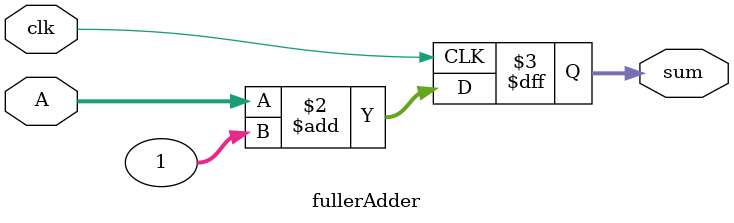
<source format=v>
`timescale 1ns / 1ps

module fullerAdder(A, clk, sum);
    input [31:0] A;
    input clk;
    output reg [31:0] sum;
    
    always@(posedge clk)
    begin
        sum = A + 1;
    end
endmodule

</source>
